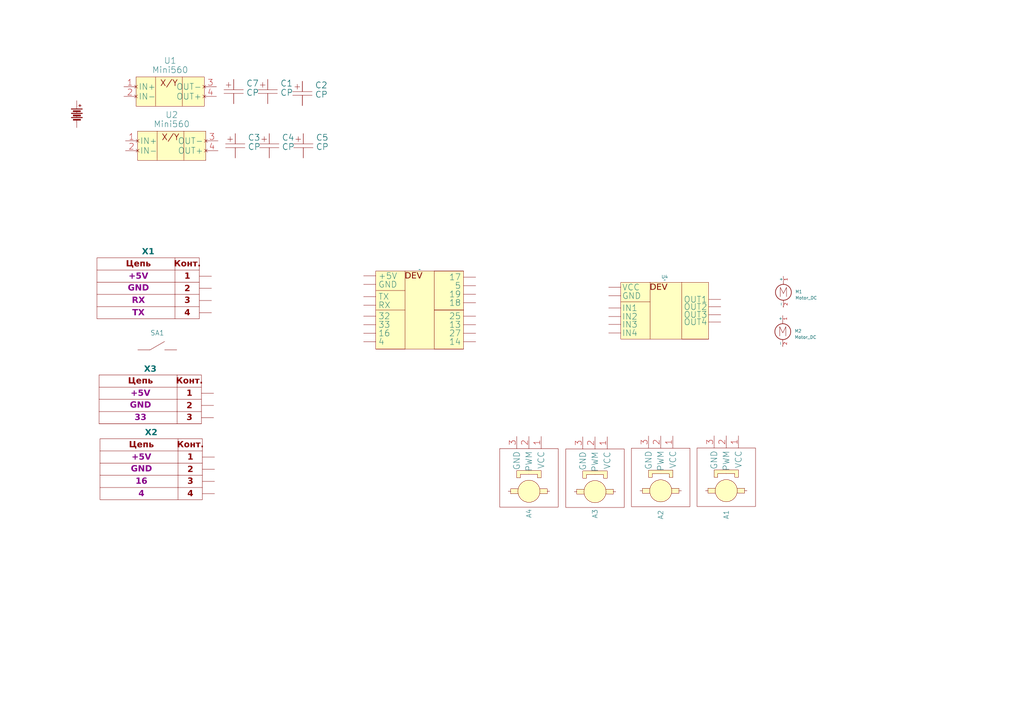
<source format=kicad_sch>
(kicad_sch (version 20250114) (generator "eeschema") (generator_version "9.0")
  (paper "A3")
  (title_block (date "23.06.2025"))
  (lib_symbols
    (symbol "Battery_Cell_1" (pin_numbers (hide yes)) (pin_names (offset 0) (hide yes))
      (symbol "Battery_Cell_1_0_1"
        (rectangle (start -2.286 1.778) (end 2.286 1.524) (fill (type outline)))
        (rectangle (start -2.25 0) (end 2.322 -0.254) (fill (type outline)))
        (rectangle (start -2.25 -1.75) (end 2.322 -2.004) (fill (type outline)))
        (rectangle (start -1.524 1.016) (end 1.524 0.508) (fill (type outline)))
        (rectangle (start -1.488 -0.762) (end 1.56 -1.27) (fill (type outline)))
        (rectangle (start -1.488 -2.512) (end 1.56 -3.02) (fill (type outline)))
        (polyline (pts (xy 0 1.778) (xy 0 2.54)))
        (polyline (pts (xy 0 0.75) (xy 0 -0.012)))
        (polyline (pts (xy 0 -1) (xy 0 -1.762)))
        (polyline (pts (xy 0 -2.869) (xy 0 -3.631)))
        (polyline (pts (xy 0.762 3.048) (xy 1.778 3.048)) (stroke (width 0.254)))
        (polyline (pts (xy 1.27 3.556) (xy 1.27 2.54)) (stroke (width 0.254)))
      )
      (symbol "Battery_Cell_1_1_1"
        (pin passive line (at 0 5.08 270) (length 2.54) (name "+") (number "1"))
        (pin passive line (at 0 -6 90) (length 2.54) (name "-") (number "2"))
      )
    )
    (symbol "CONN_UART_1" (pin_numbers (hide yes)) (pin_names (offset 0) (hide yes))
      (property "Reference" "X2" (at -0.254 102.362 0))
      (property "PIN3" "RX" (at 0 83.566 0))
      (property "PIN5" "TX" (at 0 78.486 0))
      (property "PIN6" "GND" (at -219.964 136.652 0))
      (property "PIN7" "GPIO 4 (GPCLK0)" (at -219.964 131.572 0))
      (property "PIN8" "GPIO 14 (TXD)" (at -219.964 126.746 0))
      (property "PIN9" "GND" (at -219.964 121.666 0))
      (property "PIN10" "GPIO 15 (RXD)" (at -220.472 116.586 0))
      (property "PIN11" "GPIO 17" (at -219.964 111.506 0))
      (property "PIN12" "GPIO 18 (PCM_CLK)" (at -219.964 106.68 0))
      (property "PIN13" "GPIO 27" (at -219.964 101.6 0))
      (property "PIN14" "GND" (at -219.964 96.52 0))
      (property "PIN15" "GPIO 22" (at -219.964 91.694 0))
      (property "PIN16" "GPIO 23" (at -219.964 86.614 0))
      (property "PIN17" "+3.3V" (at -219.964 81.534 0))
      (property "PIN2" "GND" (at 0 88.646 0))
      (property "PIN1" "+5V" (at 0 93.472 0))
      (property "PIN18" "GPIO 24" (at -219.964 76.454 0))
      (property "PIN19" "GPIO 10 (MOSI)" (at -219.964 71.628 0))
      (property "PIN20" "GND" (at -219.964 66.548 0))
      (property "PIN21" "GPIO 9 (MISO)" (at -219.964 61.722 0))
      (property "PIN22" "GPIO 25" (at -219.964 56.642 0))
      (property "PIN23" "GPIO 11 (SCLK)" (at -219.964 51.562 0))
      (property "PIN24" "GPIO 8 (CE0)" (at -219.964 46.736 0))
      (property "PIN25" "GND" (at -219.964 41.656 0))
      (property "PIN26" "GPIO 7 (CE1)" (at -219.964 36.576 0))
      (property "PIN27" "GPIO 0 (ID_SDA0)" (at -220.472 31.496 0))
      (property "PIN28" "GPIO 1 (ID_SCL0)" (at -220.218 26.67 0))
      (property "PIN29" "GPIO 5" (at -220.218 21.59 0))
      (property "PIN30" "GND" (at -219.964 16.51 0))
      (property "PIN31" "GPIO 6" (at -219.964 11.684 0))
      (property "PIN32" "GPIO 12 (PWM0)" (at -220.472 6.604 0))
      (property "PIN33" "GPIO 13 (PWM1)" (at -219.964 1.524 0))
      (property "PIN34" "GND" (at -219.964 -3.556 0))
      (property "PIN35" "GPIO 19 (PCM_FS)" (at -220.472 -8.382 0))
      (property "PIN36" "GPIO 16" (at -219.964 -13.462 0))
      (property "PIN37" "GPIO 26" (at -219.71 -18.288 0))
      (property "PIN38" "GPIO 20 (PCM_DIN)" (at -220.472 -23.368 0))
      (property "PIN39" "GND" (at -219.964 -28.448 0))
      (property "PIN40" "GPIO 21 (PCM_DOUT)" (at -220.472 -33.528 0))
      (symbol "CONN_UART_1_0_0"
        (rectangle (start -17 101) (end 25 76))
        (polyline (pts (xy -17 96) (xy 25 96)))
        (polyline (pts (xy -17 91) (xy 25 91)))
        (polyline (pts (xy -17 86) (xy 25 86)))
        (polyline (pts (xy -17 81) (xy 25 81)))
        (polyline (pts (xy 15 101) (xy 15 86)))
      )
      (symbol "CONN_UART_1_0_1"
        (polyline (pts (xy 15 86) (xy 15 81)))
        (polyline (pts (xy 15 81) (xy 15 76)))
      )
      (symbol "CONN_UART_1_1_1"
        (text "Цепь" (at 0 98.552 0) (effects (font (size 2.5 2.5) (thickness 0.25) (bold yes))))
        (text "Конт.\n" (at 20.066 98.552 0) (effects (font (size 2.5 2.5) (thickness 0.25) (bold yes))))
        (text "1" (at 20.066 93.472 0) (effects (font (size 2.5 2.5) (thickness 0.25) (bold yes))))
        (text "2" (at 20.066 88.392 0) (effects (font (size 2.5 2.5) (thickness 0.25) (bold yes))))
        (text "3\n" (at 20.066 83.566 0) (effects (font (size 2.5 2.5) (thickness 0.25) (bold yes))))
        (text "4\n" (at 20.066 78.486 0) (effects (font (size 2.5 2.5) (thickness 0.25) (bold yes))))
        (pin power_in line (at 30 93.5 180) (length 5) (name "1") (number "1"))
        (pin power_in line (at 30 88.5 180) (length 5) (name "2") (number "2"))
        (pin power_in line (at 30 83.5 180) (length 5) (name "SCL") (number ""))
        (pin power_in line (at 30 78.5 180) (length 5) (name "SCL") (number ""))
      )
    )
    (symbol "HAT+:ATmega328P" (pin_names (offset 1.016))
      (property "Value" "~" (at 18 0.635 0))
      (symbol "ATmega328P_0_1"
        (polyline (pts (xy 0 -8) (xy 12 -8) (xy 12 -32)))
        (polyline (pts (xy 0 -32) (xy 12 -32)))
        (polyline (pts (xy 0.5 -16) (xy 0 -16) (xy 12 -16)))
        (polyline (pts (xy 12 -8) (xy 12 0)))
        (polyline (pts (xy 24 0) (xy 24 -32)))
        (polyline (pts (xy 35.5 0) (xy 36 0) (xy 24 0)))
        (polyline (pts (xy 36 -16) (xy 24 -16)))
        (polyline (pts (xy 36 -16) (xy 24 -16)))
        (polyline (pts (xy 36 -32) (xy 24 -32)))
      )
      (symbol "ATmega328P_1_1"
        (rectangle (start 0 0) (end 36 -32) (fill (type color) (color 255 255 194 1)))
        (text "DEV\n" (at 15.5 -2 0) (effects (font (size 2.5 2.5))))
        (pin power_in line (at -5 -2 0) (length 5) (name "+5V") (number ""))
        (pin power_in line (at -5 -5.5 0) (length 5) (name "GND") (number ""))
        (pin bidirectional line (at -5 -10.5 0) (length 5) (name "TX") (number ""))
        (pin bidirectional line (at -5 -14 0) (length 5) (name "RX") (number ""))
        (pin bidirectional line (at -5 -18.5 0) (length 5) (name "32") (number ""))
        (pin bidirectional line (at -5 -22 0) (length 5) (name "33") (number ""))
        (pin bidirectional line (at -5 -25.5 0) (length 5) (name "16") (number ""))
        (pin bidirectional line (at -5 -29 0) (length 5) (name "4") (number ""))
        (pin bidirectional line (at 41 -2.5 180) (length 5) (name "17") (number ""))
        (pin bidirectional line (at 41 -6 180) (length 5) (name "5") (number ""))
        (pin bidirectional line (at 41 -9.5 180) (length 5) (name "19") (number ""))
        (pin bidirectional line (at 41 -13 180) (length 5) (name "18") (number ""))
        (pin bidirectional line (at 41 -18.5 180) (length 5) (name "25") (number ""))
        (pin bidirectional line (at 41 -22 180) (length 5) (name "13") (number ""))
        (pin bidirectional line (at 41 -25.5 180) (length 5) (name "27") (number ""))
        (pin bidirectional line (at 41 -29 180) (length 5) (name "14") (number ""))
      )
    )
    (symbol "HAT+:CONN_I2C" (pin_numbers (hide yes)) (pin_names (offset 0) (hide yes))
      (property "Reference" "X2" (at -0.254 102.362 0))
      (property "PIN3" "SCL" (at 0 83.566 0))
      (property "PIN6" "GND" (at -219.964 136.652 0))
      (property "PIN7" "GPIO 4 (GPCLK0)" (at -219.964 131.572 0))
      (property "PIN8" "GPIO 14 (TXD)" (at -219.964 126.746 0))
      (property "PIN9" "GND" (at -219.964 121.666 0))
      (property "PIN10" "GPIO 15 (RXD)" (at -220.472 116.586 0))
      (property "PIN11" "GPIO 17" (at -219.964 111.506 0))
      (property "PIN12" "GPIO 18 (PCM_CLK)" (at -219.964 106.68 0))
      (property "PIN13" "GPIO 27" (at -219.964 101.6 0))
      (property "PIN14" "GND" (at -219.964 96.52 0))
      (property "PIN15" "GPIO 22" (at -219.964 91.694 0))
      (property "PIN16" "GPIO 23" (at -219.964 86.614 0))
      (property "PIN17" "+3.3V" (at -219.964 81.534 0))
      (property "PIN2" "GND" (at 0 88.646 0))
      (property "PIN1" "+5V" (at 0 93.472 0))
      (property "PIN18" "GPIO 24" (at -219.964 76.454 0))
      (property "PIN19" "GPIO 10 (MOSI)" (at -219.964 71.628 0))
      (property "PIN20" "GND" (at -219.964 66.548 0))
      (property "PIN21" "GPIO 9 (MISO)" (at -219.964 61.722 0))
      (property "PIN22" "GPIO 25" (at -219.964 56.642 0))
      (property "PIN23" "GPIO 11 (SCLK)" (at -219.964 51.562 0))
      (property "PIN24" "GPIO 8 (CE0)" (at -219.964 46.736 0))
      (property "PIN25" "GND" (at -219.964 41.656 0))
      (property "PIN26" "GPIO 7 (CE1)" (at -219.964 36.576 0))
      (property "PIN27" "GPIO 0 (ID_SDA0)" (at -220.472 31.496 0))
      (property "PIN28" "GPIO 1 (ID_SCL0)" (at -220.218 26.67 0))
      (property "PIN29" "GPIO 5" (at -220.218 21.59 0))
      (property "PIN30" "GND" (at -219.964 16.51 0))
      (property "PIN31" "GPIO 6" (at -219.964 11.684 0))
      (property "PIN32" "GPIO 12 (PWM0)" (at -220.472 6.604 0))
      (property "PIN33" "GPIO 13 (PWM1)" (at -219.964 1.524 0))
      (property "PIN34" "GND" (at -219.964 -3.556 0))
      (property "PIN35" "GPIO 19 (PCM_FS)" (at -220.472 -8.382 0))
      (property "PIN36" "GPIO 16" (at -219.964 -13.462 0))
      (property "PIN37" "GPIO 26" (at -219.71 -18.288 0))
      (property "PIN38" "GPIO 20 (PCM_DIN)" (at -220.472 -23.368 0))
      (property "PIN39" "GND" (at -219.964 -28.448 0))
      (property "PIN40" "GPIO 21 (PCM_DOUT)" (at -220.472 -33.528 0))
      (symbol "CONN_I2C_0_0"
        (rectangle (start -17 101) (end 25 81))
        (polyline (pts (xy -17 96) (xy 25 96)))
        (polyline (pts (xy -17 91) (xy 25 91)))
        (polyline (pts (xy -17 86) (xy 25 86)))
        (polyline (pts (xy -17 81) (xy 25 81)))
        (polyline (pts (xy 15 101) (xy 15 86)))
      )
      (symbol "CONN_I2C_0_1"
        (polyline (pts (xy 15 86) (xy 15 81)))
      )
      (symbol "CONN_I2C_1_1"
        (text "Цепь" (at 0 98.552 0) (effects (font (size 2.5 2.5) (thickness 0.25) (bold yes))))
        (text "Конт.\n" (at 20.066 98.552 0) (effects (font (size 2.5 2.5) (thickness 0.25) (bold yes))))
        (text "1" (at 20.066 93.472 0) (effects (font (size 2.5 2.5) (thickness 0.25) (bold yes))))
        (text "2" (at 20.066 88.392 0) (effects (font (size 2.5 2.5) (thickness 0.25) (bold yes))))
        (text "3\n" (at 20.066 83.566 0) (effects (font (size 2.5 2.5) (thickness 0.25) (bold yes))))
        (pin power_in line (at 30 93.5 180) (length 5) (name "1") (number "1"))
        (pin power_in line (at 30 88.5 180) (length 5) (name "2") (number "2"))
        (pin power_in line (at 30 83.5 180) (length 5) (name "SCL") (number ""))
      )
    )
    (symbol "HAT+:CONN_UART" (pin_numbers (hide yes)) (pin_names (offset 0) (hide yes))
      (property "Reference" "X2" (at -0.254 102.362 0))
      (property "PIN3" "RX" (at 0 83.566 0))
      (property "PIN5" "TX" (at 0 78.486 0))
      (property "PIN6" "GND" (at -219.964 136.652 0))
      (property "PIN7" "GPIO 4 (GPCLK0)" (at -219.964 131.572 0))
      (property "PIN8" "GPIO 14 (TXD)" (at -219.964 126.746 0))
      (property "PIN9" "GND" (at -219.964 121.666 0))
      (property "PIN10" "GPIO 15 (RXD)" (at -220.472 116.586 0))
      (property "PIN11" "GPIO 17" (at -219.964 111.506 0))
      (property "PIN12" "GPIO 18 (PCM_CLK)" (at -219.964 106.68 0))
      (property "PIN13" "GPIO 27" (at -219.964 101.6 0))
      (property "PIN14" "GND" (at -219.964 96.52 0))
      (property "PIN15" "GPIO 22" (at -219.964 91.694 0))
      (property "PIN16" "GPIO 23" (at -219.964 86.614 0))
      (property "PIN17" "+3.3V" (at -219.964 81.534 0))
      (property "PIN2" "GND" (at 0 88.646 0))
      (property "PIN1" "+5V" (at 0 93.472 0))
      (property "PIN18" "GPIO 24" (at -219.964 76.454 0))
      (property "PIN19" "GPIO 10 (MOSI)" (at -219.964 71.628 0))
      (property "PIN20" "GND" (at -219.964 66.548 0))
      (property "PIN21" "GPIO 9 (MISO)" (at -219.964 61.722 0))
      (property "PIN22" "GPIO 25" (at -219.964 56.642 0))
      (property "PIN23" "GPIO 11 (SCLK)" (at -219.964 51.562 0))
      (property "PIN24" "GPIO 8 (CE0)" (at -219.964 46.736 0))
      (property "PIN25" "GND" (at -219.964 41.656 0))
      (property "PIN26" "GPIO 7 (CE1)" (at -219.964 36.576 0))
      (property "PIN27" "GPIO 0 (ID_SDA0)" (at -220.472 31.496 0))
      (property "PIN28" "GPIO 1 (ID_SCL0)" (at -220.218 26.67 0))
      (property "PIN29" "GPIO 5" (at -220.218 21.59 0))
      (property "PIN30" "GND" (at -219.964 16.51 0))
      (property "PIN31" "GPIO 6" (at -219.964 11.684 0))
      (property "PIN32" "GPIO 12 (PWM0)" (at -220.472 6.604 0))
      (property "PIN33" "GPIO 13 (PWM1)" (at -219.964 1.524 0))
      (property "PIN34" "GND" (at -219.964 -3.556 0))
      (property "PIN35" "GPIO 19 (PCM_FS)" (at -220.472 -8.382 0))
      (property "PIN36" "GPIO 16" (at -219.964 -13.462 0))
      (property "PIN37" "GPIO 26" (at -219.71 -18.288 0))
      (property "PIN38" "GPIO 20 (PCM_DIN)" (at -220.472 -23.368 0))
      (property "PIN39" "GND" (at -219.964 -28.448 0))
      (property "PIN40" "GPIO 21 (PCM_DOUT)" (at -220.472 -33.528 0))
      (symbol "CONN_UART_0_0"
        (rectangle (start -17 101) (end 25 76))
        (polyline (pts (xy -17 96) (xy 25 96)))
        (polyline (pts (xy -17 91) (xy 25 91)))
        (polyline (pts (xy -17 86) (xy 25 86)))
        (polyline (pts (xy -17 81) (xy 25 81)))
        (polyline (pts (xy 15 101) (xy 15 86)))
      )
      (symbol "CONN_UART_0_1"
        (polyline (pts (xy 15 86) (xy 15 81)))
        (polyline (pts (xy 15 81) (xy 15 76)))
      )
      (symbol "CONN_UART_1_1"
        (text "Цепь" (at 0 98.552 0) (effects (font (size 2.5 2.5) (thickness 0.25) (bold yes))))
        (text "Конт.\n" (at 20.066 98.552 0) (effects (font (size 2.5 2.5) (thickness 0.25) (bold yes))))
        (text "1" (at 20.066 93.472 0) (effects (font (size 2.5 2.5) (thickness 0.25) (bold yes))))
        (text "2" (at 20.066 88.392 0) (effects (font (size 2.5 2.5) (thickness 0.25) (bold yes))))
        (text "3\n" (at 20.066 83.566 0) (effects (font (size 2.5 2.5) (thickness 0.25) (bold yes))))
        (text "4\n" (at 20.066 78.486 0) (effects (font (size 2.5 2.5) (thickness 0.25) (bold yes))))
        (pin power_in line (at 30 93.5 180) (length 5) (name "1") (number "1"))
        (pin power_in line (at 30 88.5 180) (length 5) (name "2") (number "2"))
        (pin power_in line (at 30 83.5 180) (length 5) (name "SCL") (number ""))
        (pin power_in line (at 30 78.5 180) (length 5) (name "SCL") (number ""))
      )
    )
    (symbol "HAT+:CP" (pin_numbers (hide yes)) (pin_names (offset 0) (hide yes))
      (property "Reference" "C" (at 0.635 2.54 0))
      (property "Value" "CP" (at 0.635 -3.175 0))
      (symbol "CP_0_1"
        (polyline (pts (xy -3.9878 0.762) (xy 3.9878 0.762)))
        (polyline (pts (xy -3.9878 -0.762) (xy 3.9878 -0.762)))
        (polyline (pts (xy -2.0828 3.7592) (xy -2.0828 1.7272)))
        (polyline (pts (xy -1.0668 2.6924) (xy -3.0988 2.6924)))
      )
      (symbol "CP_1_1"
        (pin passive line (at 0 5 270) (length 4.2) (name "~") (number "1"))
        (pin passive line (at 0 -5 90) (length 4.2) (name "~") (number "2"))
      )
    )
    (symbol "HAT+:DRV8833"
      (property "Reference" "U" (at 0.5 0.75 0))
      (symbol "DRV8833_0_1"
        (polyline (pts (xy 0 -8.25) (xy 12 -8.25) (xy 12 -23.5)))
        (polyline (pts (xy 12 -8.25) (xy 12 -0.25)))
        (polyline (pts (xy 36 -23.5) (xy 25 -23.5) (xy 25 -0.25)))
      )
      (symbol "DRV8833_1_1"
        (rectangle (start 0 -0.25) (end 36 -23.5) (fill (type color) (color 255 255 194 1)))
        (text "DEV\n" (at 15.5 -2.25 0) (effects (font (size 2.5 2.5))))
        (pin power_in line (at -5 -2.25 0) (length 5) (name "VCC") (number ""))
        (pin power_in line (at -5 -5.75 0) (length 5) (name "GND") (number ""))
        (pin bidirectional line (at -5 -10.75 0) (length 5) (name "IN1") (number ""))
        (pin bidirectional line (at -5 -14.25 0) (length 5) (name "IN2") (number ""))
        (pin bidirectional line (at -5 -17.5 0) (length 5) (name "IN3") (number ""))
        (pin bidirectional line (at -5 -21 0) (length 5) (name "IN4") (number ""))
        (pin bidirectional line (at 41 -7.25 180) (length 5) (name "OUT1") (number ""))
        (pin bidirectional line (at 41 -10.25 180) (length 5) (name "OUT2") (number ""))
        (pin bidirectional line (at 41 -13.5 180) (length 5) (name "OUT3") (number ""))
        (pin bidirectional line (at 41 -16.5 180) (length 5) (name "OUT4") (number ""))
      )
    )
    (symbol "HAT+:Mini560" (pin_names (offset 1.016))
      (property "Reference" "U?" (at -12.192 7.62 0))
      (property "Value" "Mini560" (at 8.636 7.874 0))
      (symbol "Mini560_0_1"
        (polyline (pts (xy -6 6) (xy -6 -6)))
        (polyline (pts (xy 5 6) (xy 5 -6)))
      )
      (symbol "Mini560_1_1"
        (rectangle (start -14 6) (end 14 -6) (fill (type background)))
        (text "X/Y\n" (at -0.508 3.556 0) (effects (font (size 2.5 2.5) (thickness 0.25) (bold yes))))
        (pin power_in non_logic (at -19 2 0) (length 5) (name "IN+") (number "1"))
        (pin power_in non_logic (at -19 -2 0) (length 5) (name "IN-") (number "2"))
        (pin power_in non_logic (at 19 2 180) (length 5) (name "OUT-") (number "3"))
        (pin power_in non_logic (at 19 -2 180) (length 5) (name "OUT+") (number "4"))
      )
    )
    (symbol "HAT+:SA_SPST_NO" (pin_numbers (hide yes)) (pin_names (offset 0) (hide yes))
      (property "Reference" "SA" (at 0 6.35 0))
      (symbol "SA_SPST_NO_0_1"
        (polyline (pts (xy -2.9972 0) (xy 2.9972 3.4544)))
      )
      (symbol "SA_SPST_NO_1_1"
        (pin bidirectional line (at -8 0 0) (length 5) (name "INA1") (number "2"))
        (pin bidirectional line (at 8 0 180) (length 5) (name "INA1") (number "2"))
      )
    )
    (symbol "HAT+:Servo" (pin_names (offset 1.016))
      (property "Reference" "A" (at -11.176 12.446 0))
      (symbol "Servo_0_1"
        (rectangle (start -12 12) (end 12 -12))
        (polyline (pts (xy -3 0) (xy -3 5) (xy 0 5) (xy 0 3.5) (xy -1.5 3.5) (xy -1.5 0)) (fill (type background)))
        (polyline (pts (xy -3 0) (xy -3 -5) (xy 0 -5) (xy 0 -3.5) (xy -1.5 -3.5) (xy -1.5 0)) (fill (type background)))
        (polyline (pts (xy 4.5 4.5) (xy 4.5 7.5) (xy 6.5 7.5) (xy 6.4812 4.5)) (fill (type background)))
        (polyline (pts (xy 5.5 7.5) (xy 5.5 8.5)))
        (circle (center 5.5 0) (radius 4.5277) (fill (type background)))
        (polyline (pts (xy 5.5 -7.5) (xy 5.5 -7.5)))
        (polyline (pts (xy 5.5 -7.5) (xy 5.5 -8.5)))
        (polyline (pts (xy 6.5 -4.5) (xy 6.5 -7.5) (xy 4.5 -7.5) (xy 4.5 -4.5)) (fill (type background)))
      )
      (symbol "Servo_1_0"
        (pin bidirectional line (at -17 5 0) (length 5) (name "VCC") (number "1"))
        (pin bidirectional line (at -17 0 0) (length 5) (name "PWM") (number "2"))
        (pin bidirectional line (at -17 -5 0) (length 5) (name "GND") (number "3"))
      )
    )
    (symbol "Motor:Motor_DC" (pin_names (offset 0))
      (property "Reference" "M" (at 2.54 2.54 0))
      (property "Value" "Motor_DC" (at 2.54 -5.08 0))
      (symbol "Motor_DC_0_0"
        (polyline (pts (xy -1.27 -3.302) (xy -1.27 0.508) (xy 0 -2.032) (xy 1.27 0.508) (xy 1.27 -3.302)))
      )
      (symbol "Motor_DC_0_1"
        (polyline (pts (xy 0 2.032) (xy 0 2.54)))
        (polyline (pts (xy 0 1.7272) (xy 0 2.0828)))
        (circle (center 0 -1.524) (radius 3.2512) (stroke (width 0.254)))
        (polyline (pts (xy 0 -4.7752) (xy 0 -5.1816)))
        (polyline (pts (xy 0 -7.62) (xy 0 -7.112)))
      )
      (symbol "Motor_DC_1_1"
        (pin passive line (at 0 5.08 270) (length 2.54) (name "+") (number "1"))
        (pin passive line (at 0 -7.62 90) (length 2.54) (name "-") (number "2"))
      )
    )
  )
  (symbol (lib_id "HAT+:DRV8833") (at 254.635 115.57 0) (unit 1)
    (property "Reference" "U4" (at 272.635 113.538 0))
    (property "Value" "~" (at 272.635 114.808 0))
  )
  (symbol (lib_id "Motor:Motor_DC") (at 321.311 118.364 0) (unit 1)
    (property "Reference" "M1" (at 326.137 119.6339 0) (effects (justify left)))
    (property "Value" "Motor_DC" (at 326.137 122.1739 0) (effects (justify left)))
    (property "Description" "DC Motor" (effects (hide yes)))
  )
  (symbol (lib_id "HAT+:CP") (at 124.41 59.785 0) (unit 1)
    (property "Reference" "C5" (at 129.49 56.4003 0) (effects (font (size 2.5 2.5)) (justify left)))
    (property "Value" "CP" (at 129.49 60.2103 0) (effects (font (size 2.5 2.5)) (justify left)))
  )
  (symbol (lib_name "Battery_Cell_1") (lib_id "Device:Battery_Cell") (at 31.496 46.355 0) (unit 1)
    (property "Reference" "BT1" (effects (hide yes)))
    (property "Value" "Battery_Cell" (effects (hide yes)))
    (property "Description" "Single-cell battery" (effects (hide yes)))
  )
  (symbol (lib_id "HAT+:CP") (at 124.029 38.322 0) (unit 1)
    (property "Reference" "C2" (at 129.109 34.9373 0) (effects (font (size 2.5 2.5)) (justify left)))
    (property "Value" "CP" (at 129.109 38.7473 0) (effects (font (size 2.5 2.5)) (justify left)))
  )
  (symbol (lib_name "CONN_UART_1") (lib_id "HAT+:CONN_UART") (at 58.011 280.952 0) (unit 1)
    (property "Reference" "X2" (at 62.011 177.447 0) (effects (font (size 2.5 2.5) (thickness 0.4013) (bold yes))))
    (property "Value" "CONN_2" (effects (hide yes)))
    (property "Footprint" "Connector_Samtec_HLE_SMD:Samtec_HLE-120-02-xxx-DV-BE-A_2x20_P2.54mm_Horizontal" (effects (hide yes)))
    (property "PIN3" "16" (at 58.011 197.386 0) (effects (font (size 2.5 2.5) (thickness 0.4013) (bold yes))))
    (property "PIN4" "+5V" (effects (hide yes)))
    (property "PIN5" "4" (at 58.011 202.466 0) (effects (font (size 2.5 2.5) (thickness 0.4013) (bold yes))))
    (property "PIN6" "GND" (effects (hide yes)))
    (property "PIN7" "GPIO 4 (GPCLK0)" (effects (hide yes)))
    (property "PIN8" "GPIO 14 (TXD)" (effects (hide yes)))
    (property "PIN9" "GND" (effects (hide yes)))
    (property "PIN10" "GPIO 15 (RXD)" (effects (hide yes)))
    (property "PIN11" "GPIO 17" (effects (hide yes)))
    (property "PIN12" "GPIO 18 (PCM_CLK)" (effects (hide yes)))
    (property "PIN13" "GPIO 27" (effects (hide yes)))
    (property "PIN14" "GND" (effects (hide yes)))
    (property "PIN15" "GPIO 22" (effects (hide yes)))
    (property "PIN16" "GPIO 23" (effects (hide yes)))
    (property "PIN17" "+3.3V" (effects (hide yes)))
    (property "PIN2" "GND" (at 58.011 192.306 0) (effects (font (size 2.5 2.5) (thickness 0.4013) (bold yes))))
    (property "PIN1" "+5V" (at 58.011 187.48 0) (effects (font (size 2.5 2.5) (thickness 0.4013) (bold yes))))
    (property "PIN18" "GPIO 24" (effects (hide yes)))
    (property "PIN19" "GPIO 10 (MOSI)" (effects (hide yes)))
    (property "PIN20" "GND" (effects (hide yes)))
    (property "PIN21" "GPIO 9 (MISO)" (effects (hide yes)))
    (property "PIN22" "GPIO 25" (effects (hide yes)))
    (property "PIN23" "GPIO 11 (SCLK)" (effects (hide yes)))
    (property "PIN24" "GPIO 8 (CE0)" (effects (hide yes)))
    (property "PIN25" "GND" (effects (hide yes)))
    (property "PIN26" "GPIO 7 (CE1)" (effects (hide yes)))
    (property "PIN27" "GPIO 0 (ID_SDA0)" (effects (hide yes)))
    (property "PIN28" "GPIO 1 (ID_SCL0)" (effects (hide yes)))
    (property "PIN29" "GPIO 5" (effects (hide yes)))
    (property "PIN30" "GND" (effects (hide yes)))
    (property "PIN31" "GPIO 6" (effects (hide yes)))
    (property "PIN32" "GPIO 12 (PWM0)" (effects (hide yes)))
    (property "PIN33" "GPIO 13 (PWM1)" (effects (hide yes)))
    (property "PIN34" "GND" (effects (hide yes)))
    (property "PIN35" "GPIO 19 (PCM_FS)" (effects (hide yes)))
    (property "PIN36" "GPIO 16" (effects (hide yes)))
    (property "PIN37" "GPIO 26" (effects (hide yes)))
    (property "PIN38" "GPIO 20 (PCM_DIN)" (effects (hide yes)))
    (property "PIN39" "GND" (effects (hide yes)))
    (property "PIN40" "GPIO 21 (PCM_DOUT)" (effects (hide yes)))
  )
  (symbol (lib_id "HAT+:CP") (at 95.835 37.56 0) (unit 1)
    (property "Reference" "C7" (at 100.915 34.1753 0) (effects (font (size 2.5 2.5)) (justify left)))
    (property "Value" "CP" (at 100.915 37.9853 0) (effects (font (size 2.5 2.5)) (justify left)))
  )
  (symbol (lib_id "HAT+:Servo") (at 216.941 195.992 270) (unit 1)
    (property "Reference" "A4" (at 216.941 210.597 0) (effects (font (size 2.0066 2.0066))))
    (property "Value" "Servo" (effects (hide yes)))
  )
  (symbol (lib_id "HAT+:Mini560") (at 69.8 37.56 0) (unit 1)
    (property "Reference" "U1" (at 69.8 24.86 0) (effects (font (size 2.5 2.5))))
    (property "Value" "Mini560" (at 69.8 28.67 0) (effects (font (size 2.5 2.5))))
    (property "Footprint" "Package_SO:SOP-16_4.55x10.3mm_P1.27mm" (effects (hide yes)))
  )
  (symbol (lib_id "HAT+:ATmega328P") (at 154.1217 111.156 0) (unit 1)
    (property "Reference" "U3" (effects (hide yes)))
    (property "Value" "~" (at 172.1217 110.521 0))
  )
  (symbol (lib_id "HAT+:SA_SPST_NO") (at 64.515 143.51 0) (unit 1)
    (property "Reference" "SA1" (at 64.515 136.525 0) (effects (font (size 2.0066 2.0066))))
    (property "Value" "SA_SPST_NO" (effects (hide yes)))
  )
  (symbol (lib_id "HAT+:CONN_UART") (at 56.768 206.756 0) (unit 1)
    (property "Reference" "X1" (at 60.768 103.251 0) (effects (font (size 2.5 2.5) (thickness 0.4013) (bold yes))))
    (property "Value" "CONN_2" (effects (hide yes)))
    (property "Footprint" "Connector_Samtec_HLE_SMD:Samtec_HLE-120-02-xxx-DV-BE-A_2x20_P2.54mm_Horizontal" (effects (hide yes)))
    (property "PIN3" "RX" (at 56.768 123.19 0) (effects (font (size 2.5 2.5) (thickness 0.4013) (bold yes))))
    (property "PIN4" "+5V" (effects (hide yes)))
    (property "PIN5" "TX" (at 56.768 128.27 0) (effects (font (size 2.5 2.5) (thickness 0.4013) (bold yes))))
    (property "PIN6" "GND" (effects (hide yes)))
    (property "PIN7" "GPIO 4 (GPCLK0)" (effects (hide yes)))
    (property "PIN8" "GPIO 14 (TXD)" (effects (hide yes)))
    (property "PIN9" "GND" (effects (hide yes)))
    (property "PIN10" "GPIO 15 (RXD)" (effects (hide yes)))
    (property "PIN11" "GPIO 17" (effects (hide yes)))
    (property "PIN12" "GPIO 18 (PCM_CLK)" (effects (hide yes)))
    (property "PIN13" "GPIO 27" (effects (hide yes)))
    (property "PIN14" "GND" (effects (hide yes)))
    (property "PIN15" "GPIO 22" (effects (hide yes)))
    (property "PIN16" "GPIO 23" (effects (hide yes)))
    (property "PIN17" "+3.3V" (effects (hide yes)))
    (property "PIN2" "GND" (at 56.768 118.11 0) (effects (font (size 2.5 2.5) (thickness 0.4013) (bold yes))))
    (property "PIN1" "+5V" (at 56.768 113.284 0) (effects (font (size 2.5 2.5) (thickness 0.4013) (bold yes))))
    (property "PIN18" "GPIO 24" (effects (hide yes)))
    (property "PIN19" "GPIO 10 (MOSI)" (effects (hide yes)))
    (property "PIN20" "GND" (effects (hide yes)))
    (property "PIN21" "GPIO 9 (MISO)" (effects (hide yes)))
    (property "PIN22" "GPIO 25" (effects (hide yes)))
    (property "PIN23" "GPIO 11 (SCLK)" (effects (hide yes)))
    (property "PIN24" "GPIO 8 (CE0)" (effects (hide yes)))
    (property "PIN25" "GND" (effects (hide yes)))
    (property "PIN26" "GPIO 7 (CE1)" (effects (hide yes)))
    (property "PIN27" "GPIO 0 (ID_SDA0)" (effects (hide yes)))
    (property "PIN28" "GPIO 1 (ID_SCL0)" (effects (hide yes)))
    (property "PIN29" "GPIO 5" (effects (hide yes)))
    (property "PIN30" "GND" (effects (hide yes)))
    (property "PIN31" "GPIO 6" (effects (hide yes)))
    (property "PIN32" "GPIO 12 (PWM0)" (effects (hide yes)))
    (property "PIN33" "GPIO 13 (PWM1)" (effects (hide yes)))
    (property "PIN34" "GND" (effects (hide yes)))
    (property "PIN35" "GPIO 19 (PCM_FS)" (effects (hide yes)))
    (property "PIN36" "GPIO 16" (effects (hide yes)))
    (property "PIN37" "GPIO 26" (effects (hide yes)))
    (property "PIN38" "GPIO 20 (PCM_DIN)" (effects (hide yes)))
    (property "PIN39" "GND" (effects (hide yes)))
    (property "PIN40" "GPIO 21 (PCM_DOUT)" (effects (hide yes)))
  )
  (symbol (lib_id "HAT+:CONN_I2C") (at 57.63 254.79 0) (unit 1)
    (property "Reference" "X3" (at 61.63 151.412 0) (effects (font (size 2.5 2.5) (thickness 0.4013) (bold yes))))
    (property "Value" "CONN_2" (effects (hide yes)))
    (property "Footprint" "Connector_Samtec_HLE_SMD:Samtec_HLE-120-02-xxx-DV-BE-A_2x20_P2.54mm_Horizontal" (effects (hide yes)))
    (property "PIN3" "33" (at 57.63 171.224 0) (effects (font (size 2.5 2.5) (thickness 0.4013) (bold yes))))
    (property "PIN4" "+5V" (effects (hide yes)))
    (property "PIN5" "SDA" (effects (hide yes)))
    (property "PIN6" "GND" (effects (hide yes)))
    (property "PIN7" "GPIO 4 (GPCLK0)" (effects (hide yes)))
    (property "PIN8" "GPIO 14 (TXD)" (effects (hide yes)))
    (property "PIN9" "GND" (effects (hide yes)))
    (property "PIN10" "GPIO 15 (RXD)" (effects (hide yes)))
    (property "PIN11" "GPIO 17" (effects (hide yes)))
    (property "PIN12" "GPIO 18 (PCM_CLK)" (effects (hide yes)))
    (property "PIN13" "GPIO 27" (effects (hide yes)))
    (property "PIN14" "GND" (effects (hide yes)))
    (property "PIN15" "GPIO 22" (effects (hide yes)))
    (property "PIN16" "GPIO 23" (effects (hide yes)))
    (property "PIN17" "+3.3V" (effects (hide yes)))
    (property "PIN2" "GND" (at 57.63 166.144 0) (effects (font (size 2.5 2.5) (thickness 0.4013) (bold yes))))
    (property "PIN1" "+5V" (at 57.63 161.318 0) (effects (font (size 2.5 2.5) (thickness 0.4013) (bold yes))))
    (property "PIN18" "GPIO 24" (effects (hide yes)))
    (property "PIN19" "GPIO 10 (MOSI)" (effects (hide yes)))
    (property "PIN20" "GND" (effects (hide yes)))
    (property "PIN21" "GPIO 9 (MISO)" (effects (hide yes)))
    (property "PIN22" "GPIO 25" (effects (hide yes)))
    (property "PIN23" "GPIO 11 (SCLK)" (effects (hide yes)))
    (property "PIN24" "GPIO 8 (CE0)" (effects (hide yes)))
    (property "PIN25" "GND" (effects (hide yes)))
    (property "PIN26" "GPIO 7 (CE1)" (effects (hide yes)))
    (property "PIN27" "GPIO 0 (ID_SDA0)" (effects (hide yes)))
    (property "PIN28" "GPIO 1 (ID_SCL0)" (effects (hide yes)))
    (property "PIN29" "GPIO 5" (effects (hide yes)))
    (property "PIN30" "GND" (effects (hide yes)))
    (property "PIN31" "GPIO 6" (effects (hide yes)))
    (property "PIN32" "GPIO 12 (PWM0)" (effects (hide yes)))
    (property "PIN33" "GPIO 13 (PWM1)" (effects (hide yes)))
    (property "PIN34" "GND" (effects (hide yes)))
    (property "PIN35" "GPIO 19 (PCM_FS)" (effects (hide yes)))
    (property "PIN36" "GPIO 16" (effects (hide yes)))
    (property "PIN37" "GPIO 26" (effects (hide yes)))
    (property "PIN38" "GPIO 20 (PCM_DIN)" (effects (hide yes)))
    (property "PIN39" "GND" (effects (hide yes)))
    (property "PIN40" "GPIO 21 (PCM_DOUT)" (effects (hide yes)))
  )
  (symbol (lib_id "HAT+:Servo") (at 270.9841 195.8155 270) (unit 1)
    (property "Reference" "A2" (at 270.9842 209.1505 0) (effects (font (size 2.0066 2.0066)) (justify left)))
    (property "Value" "Servo" (effects (hide yes)))
  )
  (symbol (lib_id "HAT+:CP") (at 110.44 59.785 0) (unit 1)
    (property "Reference" "C4" (at 115.52 56.4003 0) (effects (font (size 2.5 2.5)) (justify left)))
    (property "Value" "CP" (at 115.52 60.2103 0) (effects (font (size 2.5 2.5)) (justify left)))
  )
  (symbol (lib_id "Motor:Motor_DC") (at 321.057 134.493 0) (unit 1)
    (property "Reference" "M2" (at 325.883 135.7629 0) (effects (justify left)))
    (property "Value" "Motor_DC" (at 325.883 138.3029 0) (effects (justify left)))
    (property "Description" "DC Motor" (effects (hide yes)))
  )
  (symbol (lib_id "HAT+:CP") (at 109.805 37.56 0) (unit 1)
    (property "Reference" "C1" (at 114.885 34.1753 0) (effects (font (size 2.5 2.5)) (justify left)))
    (property "Value" "CP" (at 114.885 37.9853 0) (effects (font (size 2.5 2.5)) (justify left)))
  )
  (symbol (lib_id "HAT+:Servo") (at 297.8781 195.7445 270) (unit 1)
    (property "Reference" "A1" (at 297.8782 209.0795 0) (effects (font (size 2.0066 2.0066)) (justify left)))
    (property "Value" "Servo" (effects (hide yes)))
  )
  (symbol (lib_id "HAT+:Servo") (at 244.0391 196.1415 270) (unit 1)
    (property "Reference" "A3" (at 244.0391 210.7465 0) (effects (font (size 2.0066 2.0066))))
    (property "Value" "Servo" (effects (hide yes)))
  )
  (symbol (lib_id "HAT+:CP") (at 96.47 59.785 0) (unit 1)
    (property "Reference" "C3" (at 101.55 56.4003 0) (effects (font (size 2.5 2.5)) (justify left)))
    (property "Value" "CP" (at 101.55 60.2103 0) (effects (font (size 2.5 2.5)) (justify left)))
  )
  (symbol (lib_id "HAT+:Mini560") (at 70.435 59.785 0) (unit 1)
    (property "Reference" "U2" (at 70.435 47.085 0) (effects (font (size 2.5 2.5))))
    (property "Value" "Mini560" (at 70.435 50.895 0) (effects (font (size 2.5 2.5))))
    (property "Footprint" "Package_SO:SOP-16_4.55x10.3mm_P1.27mm" (effects (hide yes)))
  )
)
</source>
